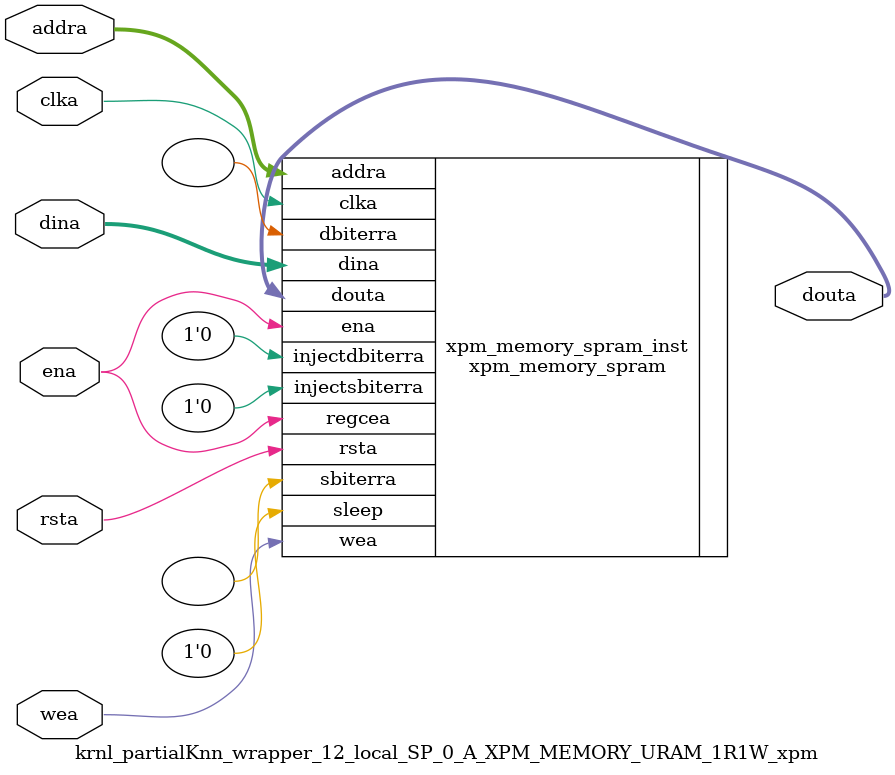
<source format=v>
`timescale 1 ns / 1 ps
module krnl_partialKnn_wrapper_12_local_SP_0_A_XPM_MEMORY_URAM_1R1W_xpm # (
  // Common module parameters
  parameter integer                 MEMORY_SIZE        = 524288,
  parameter                         MEMORY_PRIMITIVE   = "ultra",
  parameter                         ECC_MODE           = "no_ecc",
  parameter                         MEMORY_INIT_FILE   = "none",
  parameter                         WAKEUP_TIME        = "disable_sleep",
  parameter integer                 MESSAGE_CONTROL    = 0,
  // Port A module parameters
  parameter integer                 WRITE_DATA_WIDTH_A = 256,
  parameter integer                 READ_DATA_WIDTH_A  = WRITE_DATA_WIDTH_A,
  parameter integer                 BYTE_WRITE_WIDTH_A = WRITE_DATA_WIDTH_A,
  parameter integer                 ADDR_WIDTH_A       = 11,
  parameter                         READ_RESET_VALUE_A = "0",
  parameter integer                 READ_LATENCY_A     = 1,
  parameter                         WRITE_MODE_A       = "read_first"
) (
  // Port A module ports
  input  wire                                               clka,
  input  wire                                               rsta,
  input  wire                                               ena,
  input  wire [(WRITE_DATA_WIDTH_A/BYTE_WRITE_WIDTH_A)-1:0] wea,
  input  wire [ADDR_WIDTH_A-1:0]                            addra,
  input  wire [WRITE_DATA_WIDTH_A-1:0]                      dina,
  output wire [READ_DATA_WIDTH_A-1:0]                       douta
);
// Set parameter values and connect ports to instantiate an XPM_MEMORY single port RAM configuration
xpm_memory_spram # (
  // Common module parameters
  .MEMORY_SIZE        (MEMORY_SIZE),   //positive integer
  .MEMORY_PRIMITIVE   (MEMORY_PRIMITIVE),      //string; "auto", "distributed", "block" or "ultra";
  .ECC_MODE           (ECC_MODE),      //do not change
  .MEMORY_INIT_FILE   (MEMORY_INIT_FILE), //string; "none" or "<filename>.mem" 
  .MEMORY_INIT_PARAM  (""), //string;
  .WAKEUP_TIME        (WAKEUP_TIME),      //string; "disable_sleep" or "use_sleep_pin"
  .MESSAGE_CONTROL    (MESSAGE_CONTROL),      //do not change
  // Port A module parameters
  .WRITE_DATA_WIDTH_A (WRITE_DATA_WIDTH_A),     //positive integer
  .READ_DATA_WIDTH_A  (READ_DATA_WIDTH_A),     //positive integer
  .BYTE_WRITE_WIDTH_A (BYTE_WRITE_WIDTH_A),     //integer; 8, 9, or WRITE_DATA_WIDTH_A value
  .ADDR_WIDTH_A       (ADDR_WIDTH_A),      //positive integer
  .READ_RESET_VALUE_A (READ_RESET_VALUE_A),  //string
  .READ_LATENCY_A     (READ_LATENCY_A),      //non-negative integer
  .WRITE_MODE_A       (WRITE_MODE_A)       //string; "write_first", "read_first", "no_change"
) xpm_memory_spram_inst (
  // Common module ports
  .sleep          (1'b0),  //do not change
  // Port A module ports
  .clka           (clka),
  .rsta           (rsta),
  .ena            (ena),
  .regcea         (ena),
  .wea            (wea),
  .addra          (addra),
  .dina           (dina),
  .injectsbiterra (1'b0),  //do not change
  .injectdbiterra (1'b0),  //do not change
  .douta          (douta),
  .sbiterra       (),      //do not change
  .dbiterra       ()       //do not change
);
endmodule
</source>
